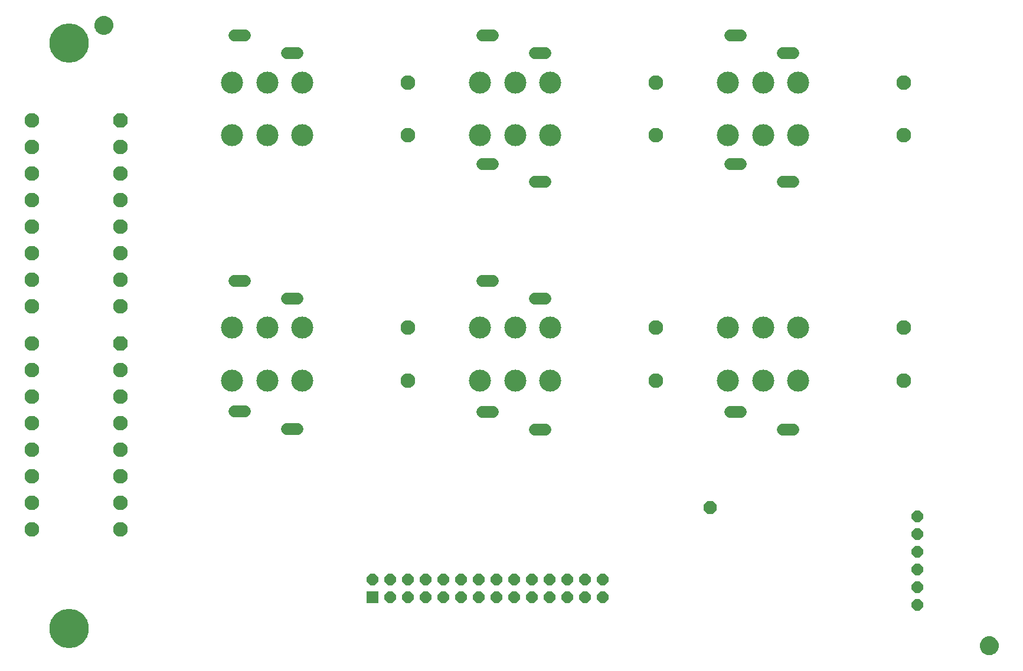
<source format=gbs>
G75*
%MOIN*%
%OFA0B0*%
%FSLAX25Y25*%
%IPPOS*%
%LPD*%
%AMOC8*
5,1,8,0,0,1.08239X$1,22.5*
%
%ADD10C,0.13198*%
%ADD11OC8,0.06506*%
%ADD12R,0.06506X0.06506*%
%ADD13C,0.00500*%
%ADD14C,0.12411*%
%ADD15C,0.08277*%
%ADD16C,0.06600*%
%ADD17OC8,0.08277*%
%ADD18OC8,0.07096*%
%ADD19C,0.22254*%
D10*
X0137995Y0087673D03*
X0137995Y0418382D03*
D11*
X0309333Y0115232D03*
X0319333Y0115232D03*
X0329333Y0115232D03*
X0339333Y0115232D03*
X0349333Y0115232D03*
X0359333Y0115232D03*
X0369333Y0115232D03*
X0379333Y0115232D03*
X0389333Y0115232D03*
X0399333Y0115232D03*
X0409333Y0115232D03*
X0419333Y0115232D03*
X0429333Y0115232D03*
X0439333Y0115232D03*
X0439333Y0105232D03*
X0429333Y0105232D03*
X0419333Y0105232D03*
X0409333Y0105232D03*
X0399333Y0105232D03*
X0389333Y0105232D03*
X0379333Y0105232D03*
X0369333Y0105232D03*
X0359333Y0105232D03*
X0349333Y0105232D03*
X0339333Y0105232D03*
X0329333Y0105232D03*
X0319333Y0105232D03*
X0617188Y0100770D03*
X0617188Y0110770D03*
X0617188Y0120770D03*
X0617188Y0130770D03*
X0617188Y0140770D03*
X0617188Y0150770D03*
D12*
X0309333Y0105232D03*
D13*
X0652680Y0077831D02*
X0652756Y0078699D01*
X0652981Y0079541D01*
X0653350Y0080331D01*
X0653850Y0081045D01*
X0654466Y0081661D01*
X0655180Y0082161D01*
X0655970Y0082529D01*
X0656812Y0082755D01*
X0657680Y0082831D01*
X0658548Y0082755D01*
X0659390Y0082529D01*
X0660180Y0082161D01*
X0660894Y0081661D01*
X0661510Y0081045D01*
X0662010Y0080331D01*
X0662378Y0079541D01*
X0662604Y0078699D01*
X0662680Y0077831D01*
X0662604Y0076962D01*
X0662378Y0076121D01*
X0662010Y0075331D01*
X0661510Y0074617D01*
X0660894Y0074000D01*
X0660180Y0073501D01*
X0659390Y0073132D01*
X0658548Y0072907D01*
X0657680Y0072831D01*
X0656812Y0072907D01*
X0655970Y0073132D01*
X0655180Y0073501D01*
X0654466Y0074000D01*
X0653850Y0074617D01*
X0653350Y0075331D01*
X0652981Y0076121D01*
X0652756Y0076962D01*
X0652680Y0077831D01*
X0652693Y0077984D02*
X0662666Y0077984D01*
X0662650Y0077485D02*
X0652710Y0077485D01*
X0652754Y0076987D02*
X0662606Y0076987D01*
X0662477Y0076488D02*
X0652883Y0076488D01*
X0653042Y0075990D02*
X0662317Y0075990D01*
X0662085Y0075491D02*
X0653275Y0075491D01*
X0653586Y0074993D02*
X0661773Y0074993D01*
X0661388Y0074494D02*
X0653972Y0074494D01*
X0654472Y0073996D02*
X0660887Y0073996D01*
X0660173Y0073497D02*
X0655187Y0073497D01*
X0656468Y0072999D02*
X0658892Y0072999D01*
X0662623Y0078482D02*
X0652737Y0078482D01*
X0652831Y0078981D02*
X0662528Y0078981D01*
X0662395Y0079479D02*
X0652965Y0079479D01*
X0653185Y0079978D02*
X0662174Y0079978D01*
X0661908Y0080477D02*
X0653452Y0080477D01*
X0653801Y0080975D02*
X0661559Y0080975D01*
X0661081Y0081474D02*
X0654278Y0081474D01*
X0654910Y0081972D02*
X0660449Y0081972D01*
X0659516Y0082471D02*
X0655844Y0082471D01*
X0162010Y0425724D02*
X0161510Y0425010D01*
X0160894Y0424394D01*
X0160180Y0423894D01*
X0159390Y0423526D01*
X0158548Y0423300D01*
X0157680Y0423224D01*
X0156812Y0423300D01*
X0155970Y0423526D01*
X0155180Y0423894D01*
X0154466Y0424394D01*
X0153850Y0425010D01*
X0153350Y0425724D01*
X0152981Y0426514D01*
X0152756Y0427356D01*
X0152680Y0428224D01*
X0152756Y0429093D01*
X0152981Y0429935D01*
X0153350Y0430724D01*
X0153850Y0431438D01*
X0154466Y0432055D01*
X0155180Y0432555D01*
X0155970Y0432923D01*
X0156812Y0433148D01*
X0157680Y0433224D01*
X0158548Y0433148D01*
X0159390Y0432923D01*
X0160180Y0432555D01*
X0160894Y0432055D01*
X0161510Y0431438D01*
X0162010Y0430724D01*
X0162378Y0429935D01*
X0162604Y0429093D01*
X0162680Y0428224D01*
X0162604Y0427356D01*
X0162378Y0426514D01*
X0162010Y0425724D01*
X0162113Y0425945D02*
X0153247Y0425945D01*
X0153014Y0426443D02*
X0162345Y0426443D01*
X0162493Y0426942D02*
X0152867Y0426942D01*
X0152748Y0427440D02*
X0162611Y0427440D01*
X0162655Y0427939D02*
X0152705Y0427939D01*
X0152698Y0428437D02*
X0162661Y0428437D01*
X0162618Y0428936D02*
X0152742Y0428936D01*
X0152847Y0429434D02*
X0162512Y0429434D01*
X0162379Y0429933D02*
X0152981Y0429933D01*
X0153213Y0430431D02*
X0162147Y0430431D01*
X0161866Y0430930D02*
X0153494Y0430930D01*
X0153843Y0431428D02*
X0161517Y0431428D01*
X0161021Y0431927D02*
X0154338Y0431927D01*
X0154995Y0432426D02*
X0160364Y0432426D01*
X0159386Y0432924D02*
X0155974Y0432924D01*
X0153544Y0425446D02*
X0161815Y0425446D01*
X0161447Y0424948D02*
X0153912Y0424948D01*
X0154411Y0424449D02*
X0160949Y0424449D01*
X0160261Y0423951D02*
X0155099Y0423951D01*
X0156245Y0423452D02*
X0159115Y0423452D01*
D14*
X0230081Y0395902D03*
X0249924Y0395902D03*
X0269766Y0395902D03*
X0269766Y0366138D03*
X0249924Y0366138D03*
X0230081Y0366138D03*
X0370081Y0366138D03*
X0389924Y0366138D03*
X0409766Y0366138D03*
X0409766Y0395902D03*
X0389924Y0395902D03*
X0370081Y0395902D03*
X0510081Y0395902D03*
X0529924Y0395902D03*
X0549766Y0395902D03*
X0549766Y0366138D03*
X0529924Y0366138D03*
X0510081Y0366138D03*
X0510081Y0257402D03*
X0529924Y0257402D03*
X0549766Y0257402D03*
X0549766Y0227638D03*
X0529924Y0227638D03*
X0510081Y0227638D03*
X0409766Y0227638D03*
X0389924Y0227638D03*
X0370081Y0227638D03*
X0370081Y0257402D03*
X0389924Y0257402D03*
X0409766Y0257402D03*
X0269766Y0257402D03*
X0249924Y0257402D03*
X0230081Y0257402D03*
X0230081Y0227638D03*
X0249924Y0227638D03*
X0269766Y0227638D03*
D15*
X0329294Y0227638D03*
X0329294Y0257402D03*
X0469294Y0257402D03*
X0469294Y0227638D03*
X0609294Y0227638D03*
X0609294Y0257402D03*
X0609294Y0366138D03*
X0609294Y0395902D03*
X0469294Y0395902D03*
X0469294Y0366138D03*
X0329294Y0366138D03*
X0329294Y0395902D03*
X0166932Y0359425D03*
X0166932Y0344425D03*
X0166932Y0329425D03*
X0166932Y0314425D03*
X0166932Y0299425D03*
X0166932Y0284425D03*
X0166932Y0269425D03*
X0116932Y0269425D03*
X0116932Y0284425D03*
X0116932Y0299425D03*
X0116932Y0314425D03*
X0116932Y0329425D03*
X0116932Y0344425D03*
X0116932Y0359425D03*
X0116932Y0374425D03*
X0116932Y0248441D03*
X0116932Y0233441D03*
X0116932Y0218441D03*
X0116932Y0203441D03*
X0116932Y0188441D03*
X0116932Y0173441D03*
X0116932Y0158441D03*
X0116932Y0143441D03*
X0166932Y0143441D03*
X0166932Y0158441D03*
X0166932Y0173441D03*
X0166932Y0188441D03*
X0166932Y0203441D03*
X0166932Y0218441D03*
X0166932Y0233441D03*
D16*
X0231424Y0210270D02*
X0237424Y0210270D01*
X0260951Y0200270D02*
X0266951Y0200270D01*
X0371424Y0210020D02*
X0377424Y0210020D01*
X0400951Y0200020D02*
X0406951Y0200020D01*
X0511424Y0210020D02*
X0517424Y0210020D01*
X0540951Y0200020D02*
X0546951Y0200020D01*
X0406951Y0274020D02*
X0400951Y0274020D01*
X0377424Y0284020D02*
X0371424Y0284020D01*
X0400951Y0340020D02*
X0406951Y0340020D01*
X0377424Y0350020D02*
X0371424Y0350020D01*
X0400951Y0412520D02*
X0406951Y0412520D01*
X0377424Y0422520D02*
X0371424Y0422520D01*
X0266951Y0412520D02*
X0260951Y0412520D01*
X0237424Y0422520D02*
X0231424Y0422520D01*
X0231424Y0284020D02*
X0237424Y0284020D01*
X0260951Y0274020D02*
X0266951Y0274020D01*
X0511424Y0350020D02*
X0517424Y0350020D01*
X0540951Y0340020D02*
X0546951Y0340020D01*
X0546951Y0412520D02*
X0540951Y0412520D01*
X0517424Y0422520D02*
X0511424Y0422520D01*
D17*
X0166932Y0374425D03*
X0166932Y0248441D03*
D18*
X0500188Y0156020D03*
D19*
X0137995Y0087673D03*
X0137995Y0418382D03*
M02*

</source>
